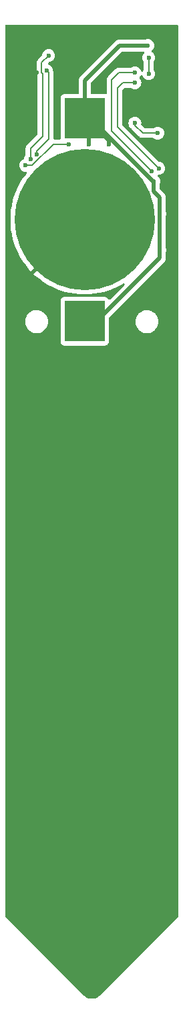
<source format=gbr>
G04 #@! TF.GenerationSoftware,KiCad,Pcbnew,7.0.1-0*
G04 #@! TF.CreationDate,2023-03-19T14:40:06+01:00*
G04 #@! TF.ProjectId,parasite,70617261-7369-4746-952e-6b696361645f,2.0.0*
G04 #@! TF.SameCoordinates,Original*
G04 #@! TF.FileFunction,Copper,L2,Bot*
G04 #@! TF.FilePolarity,Positive*
%FSLAX46Y46*%
G04 Gerber Fmt 4.6, Leading zero omitted, Abs format (unit mm)*
G04 Created by KiCad (PCBNEW 7.0.1-0) date 2023-03-19 14:40:06*
%MOMM*%
%LPD*%
G01*
G04 APERTURE LIST*
G04 #@! TA.AperFunction,SMDPad,CuDef*
%ADD10R,5.100000X5.100000*%
G04 #@! TD*
G04 #@! TA.AperFunction,SMDPad,CuDef*
%ADD11C,17.800000*%
G04 #@! TD*
G04 #@! TA.AperFunction,ViaPad*
%ADD12C,0.600000*%
G04 #@! TD*
G04 #@! TA.AperFunction,Conductor*
%ADD13C,0.200000*%
G04 #@! TD*
G04 #@! TA.AperFunction,Conductor*
%ADD14C,0.500000*%
G04 #@! TD*
G04 APERTURE END LIST*
D10*
X67100000Y-42355000D03*
X67100000Y-67955000D03*
D11*
X67100000Y-55155000D03*
D12*
X60999000Y-36613000D03*
X74969000Y-63918000D03*
X75731000Y-63918000D03*
X60618000Y-64172000D03*
X58078000Y-42201000D03*
X77255000Y-63918000D03*
X64682000Y-32168000D03*
X62269000Y-51472000D03*
X58078000Y-43979000D03*
X70397000Y-51726000D03*
X59983000Y-36613000D03*
X69254000Y-38899000D03*
X76493000Y-63918000D03*
X58078000Y-41312000D03*
X59856000Y-64172000D03*
X70397000Y-48678000D03*
X61380000Y-64172000D03*
X67857000Y-32168000D03*
X68873000Y-32168000D03*
X66714000Y-32168000D03*
X70397000Y-50202000D03*
X65698000Y-32168000D03*
X69254000Y-37375000D03*
X62142000Y-64172000D03*
X70397000Y-49440000D03*
X69762000Y-32168000D03*
X70397000Y-50964000D03*
X58078000Y-43090000D03*
X69254000Y-38137000D03*
X60237000Y-47535000D03*
X62523000Y-34454000D03*
X67603000Y-45630000D03*
X75096000Y-33184000D03*
X67603000Y-44995000D03*
X75858000Y-50329000D03*
X76620000Y-58965000D03*
X70148000Y-44995000D03*
X70143000Y-45630000D03*
X76620000Y-54393000D03*
X65063000Y-45630000D03*
X59602000Y-48297000D03*
X60999000Y-46900000D03*
X62269000Y-36359000D03*
X75604000Y-49059000D03*
X73468000Y-36622550D03*
X73468000Y-37892550D03*
X76493000Y-48678000D03*
X73468000Y-42972550D03*
X76366000Y-44233000D03*
X75223000Y-36740000D03*
X75223000Y-34708000D03*
D13*
X61634000Y-36613000D02*
X61634000Y-35343000D01*
X61761000Y-44614000D02*
X61761000Y-36740000D01*
X60237000Y-46138000D02*
X61761000Y-44614000D01*
X61634000Y-35343000D02*
X62523000Y-34454000D01*
X61761000Y-36740000D02*
X61634000Y-36613000D01*
X60237000Y-47535000D02*
X60237000Y-46138000D01*
D14*
X76620000Y-52361000D02*
X76620000Y-53631000D01*
X67522206Y-42100000D02*
X70216603Y-44794397D01*
X70143000Y-45577550D02*
X70148000Y-45572550D01*
X76620000Y-59981000D02*
X76620000Y-58965000D01*
X70216603Y-44794397D02*
X75751206Y-50329000D01*
X70148000Y-45148000D02*
X67100000Y-42100000D01*
X72048000Y-64553000D02*
X76620000Y-59981000D01*
X67100000Y-42100000D02*
X67522206Y-42100000D01*
X71540000Y-33184000D02*
X75096000Y-33184000D01*
X67100000Y-42100000D02*
X67100000Y-37624000D01*
X67603000Y-44995000D02*
X67603000Y-42603000D01*
X76620000Y-53631000D02*
X76620000Y-58965000D01*
X68901000Y-67700000D02*
X72048000Y-64553000D01*
X75751206Y-50329000D02*
X75858000Y-50329000D01*
X67603000Y-45630000D02*
X67603000Y-44995000D01*
X70148000Y-45572550D02*
X70148000Y-45148000D01*
X67603000Y-42603000D02*
X67100000Y-42100000D01*
X75858000Y-50329000D02*
X75858000Y-51599000D01*
X75858000Y-51599000D02*
X76620000Y-52361000D01*
X67100000Y-37624000D02*
X71540000Y-33184000D01*
D13*
X63116838Y-45630000D02*
X65063000Y-45630000D01*
X60449838Y-48297000D02*
X63116838Y-45630000D01*
X59602000Y-48297000D02*
X60449838Y-48297000D01*
X60999000Y-46519000D02*
X62523000Y-44995000D01*
X60999000Y-46900000D02*
X60999000Y-46519000D01*
X62523000Y-36613000D02*
X62269000Y-36359000D01*
X62523000Y-44995000D02*
X62523000Y-36613000D01*
X70524000Y-37502000D02*
X71403450Y-36622550D01*
X71403450Y-36622550D02*
X73468000Y-36622550D01*
X75604000Y-49059000D02*
X70524000Y-43979000D01*
X70524000Y-43979000D02*
X70524000Y-37502000D01*
X71286000Y-43471000D02*
X71286000Y-38518000D01*
X71286000Y-38518000D02*
X71911450Y-37892550D01*
X76493000Y-48678000D02*
X71286000Y-43471000D01*
X71911450Y-37892550D02*
X73468000Y-37892550D01*
X74461000Y-44233000D02*
X76366000Y-44233000D01*
X73468000Y-43240000D02*
X74461000Y-44233000D01*
X73468000Y-42972550D02*
X73468000Y-43240000D01*
X75223000Y-36740000D02*
X75223000Y-34708000D01*
G04 #@! TA.AperFunction,Conductor*
G36*
X74598120Y-33956233D02*
G01*
X74642853Y-33994439D01*
X74665366Y-34048789D01*
X74660750Y-34107436D01*
X74630012Y-34157595D01*
X74586889Y-34200717D01*
X74489956Y-34354985D01*
X74429783Y-34526950D01*
X74409384Y-34707999D01*
X74429783Y-34889049D01*
X74489956Y-35061014D01*
X74594442Y-35227302D01*
X74592607Y-35228454D01*
X74604909Y-35246865D01*
X74614500Y-35295083D01*
X74614500Y-36152917D01*
X74604909Y-36201135D01*
X74592607Y-36219545D01*
X74594442Y-36220698D01*
X74489956Y-36386986D01*
X74484976Y-36401218D01*
X74451054Y-36452605D01*
X74396833Y-36481781D01*
X74335259Y-36481780D01*
X74281039Y-36452602D01*
X74247120Y-36401217D01*
X74201043Y-36269535D01*
X74104111Y-36115269D01*
X74104110Y-36115267D01*
X73975282Y-35986439D01*
X73821014Y-35889506D01*
X73649049Y-35829333D01*
X73468000Y-35808934D01*
X73286950Y-35829333D01*
X73114985Y-35889506D01*
X72948698Y-35993992D01*
X72947545Y-35992157D01*
X72929135Y-36004459D01*
X72880917Y-36014050D01*
X71451586Y-36014050D01*
X71435142Y-36012972D01*
X71403450Y-36008800D01*
X71371757Y-36012972D01*
X71371744Y-36012973D01*
X71264033Y-36027152D01*
X71264012Y-36027155D01*
X71263993Y-36027158D01*
X71249705Y-36029039D01*
X71244597Y-36029712D01*
X71096572Y-36091026D01*
X71004729Y-36161500D01*
X71004701Y-36161523D01*
X70969460Y-36188564D01*
X70949995Y-36213931D01*
X70939131Y-36226318D01*
X70127767Y-37037682D01*
X70115380Y-37048547D01*
X70090012Y-37068013D01*
X70062973Y-37103251D01*
X70062950Y-37103279D01*
X69992476Y-37195122D01*
X69949154Y-37299712D01*
X69931161Y-37343149D01*
X69914422Y-37470303D01*
X69914422Y-37470309D01*
X69910250Y-37502000D01*
X69914359Y-37533216D01*
X69914422Y-37533690D01*
X69915500Y-37550136D01*
X69915500Y-39179833D01*
X69901153Y-39238226D01*
X69861378Y-39283320D01*
X69805234Y-39304847D01*
X69775294Y-39301366D01*
X69774936Y-39304703D01*
X69759202Y-39303011D01*
X69759201Y-39303011D01*
X69698638Y-39296500D01*
X67984500Y-39296500D01*
X67921500Y-39279619D01*
X67875381Y-39233500D01*
X67858500Y-39170500D01*
X67858500Y-37990371D01*
X67868091Y-37942153D01*
X67895405Y-37901276D01*
X71817276Y-33979405D01*
X71858153Y-33952091D01*
X71906371Y-33942500D01*
X74540917Y-33942500D01*
X74598120Y-33956233D01*
G37*
G04 #@! TD.AperFunction*
G04 #@! TA.AperFunction,Conductor*
G36*
X78911500Y-30616881D02*
G01*
X78957619Y-30663000D01*
X78974500Y-30726000D01*
X78974500Y-142937247D01*
X78964909Y-142985465D01*
X78937595Y-143026342D01*
X68985475Y-152978458D01*
X68978210Y-152985174D01*
X68823804Y-153117049D01*
X68807809Y-153128670D01*
X68638915Y-153232169D01*
X68621298Y-153241146D01*
X68438297Y-153316947D01*
X68419493Y-153323057D01*
X68226884Y-153369298D01*
X68207356Y-153372391D01*
X68009886Y-153387932D01*
X67990114Y-153387932D01*
X67792643Y-153372391D01*
X67773115Y-153369298D01*
X67580506Y-153323057D01*
X67561702Y-153316947D01*
X67378701Y-153241146D01*
X67361084Y-153232170D01*
X67192186Y-153128669D01*
X67176191Y-153117047D01*
X67021794Y-152985180D01*
X67014529Y-152978464D01*
X57062405Y-143026342D01*
X57035091Y-142985465D01*
X57025500Y-142937247D01*
X57025500Y-68000000D01*
X59555352Y-68000000D01*
X59575055Y-68237781D01*
X59575055Y-68237784D01*
X59575056Y-68237785D01*
X59633626Y-68469074D01*
X59729468Y-68687573D01*
X59729470Y-68687576D01*
X59859970Y-68887321D01*
X59859973Y-68887324D01*
X60021566Y-69062862D01*
X60209848Y-69209409D01*
X60419691Y-69322969D01*
X60419692Y-69322970D01*
X60645360Y-69400442D01*
X60763030Y-69420077D01*
X60880699Y-69439714D01*
X60880702Y-69439714D01*
X61119298Y-69439714D01*
X61119301Y-69439714D01*
X61220158Y-69422883D01*
X61354640Y-69400442D01*
X61580308Y-69322970D01*
X61790148Y-69209411D01*
X61978433Y-69062862D01*
X62140030Y-68887321D01*
X62270530Y-68687576D01*
X62366373Y-68469076D01*
X62424945Y-68237781D01*
X62444648Y-68000000D01*
X62424945Y-67762219D01*
X62366373Y-67530924D01*
X62270530Y-67312424D01*
X62140030Y-67112679D01*
X62098562Y-67067633D01*
X61978433Y-66937137D01*
X61790151Y-66790590D01*
X61580307Y-66677029D01*
X61402618Y-66616029D01*
X61354640Y-66599558D01*
X61354637Y-66599557D01*
X61354636Y-66599557D01*
X61119301Y-66560286D01*
X61119298Y-66560286D01*
X60880702Y-66560286D01*
X60880699Y-66560286D01*
X60645363Y-66599557D01*
X60419692Y-66677029D01*
X60209848Y-66790590D01*
X60021566Y-66937137D01*
X59859973Y-67112675D01*
X59729468Y-67312426D01*
X59633626Y-67530925D01*
X59624397Y-67567371D01*
X59575055Y-67762219D01*
X59555352Y-68000000D01*
X57025500Y-68000000D01*
X57025500Y-55154999D01*
X57686960Y-55154999D01*
X57707114Y-55770652D01*
X57767489Y-56383643D01*
X57867830Y-56991398D01*
X58007701Y-57591274D01*
X58186506Y-58180716D01*
X58403484Y-58757213D01*
X58657701Y-59318283D01*
X58948068Y-59861521D01*
X59273340Y-60384600D01*
X59632134Y-60885297D01*
X60022899Y-61361445D01*
X60270250Y-61625539D01*
X67010905Y-54884885D01*
X67067389Y-54852273D01*
X67132611Y-54852273D01*
X67189095Y-54884885D01*
X67370114Y-55065904D01*
X67402726Y-55122388D01*
X67402726Y-55187610D01*
X67370114Y-55244094D01*
X60629459Y-61984748D01*
X60893554Y-62232100D01*
X61369702Y-62622865D01*
X61870399Y-62981659D01*
X62393478Y-63306931D01*
X62936716Y-63597298D01*
X63497786Y-63851515D01*
X64074283Y-64068493D01*
X64663725Y-64247298D01*
X65263601Y-64387169D01*
X65871356Y-64487510D01*
X66484347Y-64547885D01*
X67100000Y-64568039D01*
X67715652Y-64547885D01*
X68328643Y-64487510D01*
X68936398Y-64387169D01*
X69536274Y-64247298D01*
X70125716Y-64068493D01*
X70702213Y-63851515D01*
X71263283Y-63597298D01*
X71806521Y-63306931D01*
X71973487Y-63203105D01*
X72031097Y-63184421D01*
X72090770Y-63194775D01*
X72138718Y-63231775D01*
X72163864Y-63286872D01*
X72160397Y-63347337D01*
X72129119Y-63399199D01*
X71574349Y-63953970D01*
X70312500Y-65215818D01*
X70258903Y-65247619D01*
X70196620Y-65249843D01*
X70140891Y-65221946D01*
X70105349Y-65170755D01*
X70100889Y-65158796D01*
X70100887Y-65158794D01*
X70100887Y-65158792D01*
X70013261Y-65041738D01*
X69896205Y-64954111D01*
X69827702Y-64928560D01*
X69759201Y-64903011D01*
X69698638Y-64896500D01*
X64501362Y-64896500D01*
X64440799Y-64903011D01*
X64303794Y-64954111D01*
X64186738Y-65041738D01*
X64099111Y-65158794D01*
X64048011Y-65295799D01*
X64041500Y-65356362D01*
X64041500Y-70553638D01*
X64048011Y-70614200D01*
X64099111Y-70751205D01*
X64186738Y-70868261D01*
X64303794Y-70955888D01*
X64303795Y-70955888D01*
X64303796Y-70955889D01*
X64440799Y-71006989D01*
X64501362Y-71013500D01*
X69698638Y-71013500D01*
X69759201Y-71006989D01*
X69896204Y-70955889D01*
X70013261Y-70868261D01*
X70100889Y-70751204D01*
X70151989Y-70614201D01*
X70158500Y-70553638D01*
X70158500Y-68000000D01*
X73555352Y-68000000D01*
X73575055Y-68237781D01*
X73575055Y-68237784D01*
X73575056Y-68237785D01*
X73633626Y-68469074D01*
X73729468Y-68687573D01*
X73729470Y-68687576D01*
X73859970Y-68887321D01*
X73859973Y-68887324D01*
X74021566Y-69062862D01*
X74209848Y-69209409D01*
X74419691Y-69322969D01*
X74419692Y-69322970D01*
X74645360Y-69400442D01*
X74763030Y-69420077D01*
X74880699Y-69439714D01*
X74880702Y-69439714D01*
X75119298Y-69439714D01*
X75119301Y-69439714D01*
X75220158Y-69422883D01*
X75354640Y-69400442D01*
X75580308Y-69322970D01*
X75790148Y-69209411D01*
X75978433Y-69062862D01*
X76140030Y-68887321D01*
X76270530Y-68687576D01*
X76366373Y-68469076D01*
X76424945Y-68237781D01*
X76444648Y-68000000D01*
X76424945Y-67762219D01*
X76366373Y-67530924D01*
X76270530Y-67312424D01*
X76140030Y-67112679D01*
X76098562Y-67067633D01*
X75978433Y-66937137D01*
X75790151Y-66790590D01*
X75580307Y-66677029D01*
X75402618Y-66616029D01*
X75354640Y-66599558D01*
X75354637Y-66599557D01*
X75354636Y-66599557D01*
X75119301Y-66560286D01*
X75119298Y-66560286D01*
X74880702Y-66560286D01*
X74880699Y-66560286D01*
X74645363Y-66599557D01*
X74419692Y-66677029D01*
X74209848Y-66790590D01*
X74021566Y-66937137D01*
X73859973Y-67112675D01*
X73729468Y-67312426D01*
X73633626Y-67530925D01*
X73624397Y-67567371D01*
X73575055Y-67762219D01*
X73555352Y-68000000D01*
X70158500Y-68000000D01*
X70158500Y-67567371D01*
X70168091Y-67519153D01*
X70195405Y-67478276D01*
X72675105Y-64998576D01*
X72675108Y-64998572D01*
X77110777Y-60562902D01*
X77124624Y-60550936D01*
X77144058Y-60536469D01*
X77176228Y-60498128D01*
X77183645Y-60490034D01*
X77187580Y-60486101D01*
X77207043Y-60461484D01*
X77209268Y-60458753D01*
X77258032Y-60400640D01*
X77258034Y-60400634D01*
X77258892Y-60399613D01*
X77269403Y-60383114D01*
X77269965Y-60381908D01*
X77269967Y-60381906D01*
X77302022Y-60313159D01*
X77303572Y-60309958D01*
X77337609Y-60242188D01*
X77337610Y-60242183D01*
X77338207Y-60240995D01*
X77344631Y-60222517D01*
X77344901Y-60221209D01*
X77344902Y-60221207D01*
X77360251Y-60146866D01*
X77361001Y-60143484D01*
X77378500Y-60069656D01*
X77378500Y-60069651D01*
X77378807Y-60068356D01*
X77380796Y-60048888D01*
X77380757Y-60047560D01*
X77380758Y-60047558D01*
X77378553Y-59971776D01*
X77378500Y-59968112D01*
X77378500Y-59266670D01*
X77385571Y-59225055D01*
X77413216Y-59146049D01*
X77413217Y-59146047D01*
X77433616Y-58965000D01*
X77413217Y-58783953D01*
X77385570Y-58704944D01*
X77378500Y-58663330D01*
X77378500Y-54694670D01*
X77385571Y-54653055D01*
X77413216Y-54574049D01*
X77413217Y-54574047D01*
X77433616Y-54393000D01*
X77413217Y-54211953D01*
X77385570Y-54132944D01*
X77378500Y-54091330D01*
X77378500Y-52425442D01*
X77379830Y-52407182D01*
X77380648Y-52401595D01*
X77383341Y-52383211D01*
X77378979Y-52333353D01*
X77378500Y-52322372D01*
X77378500Y-52316824D01*
X77378500Y-52316820D01*
X77374860Y-52285684D01*
X77374496Y-52282123D01*
X77367887Y-52206574D01*
X77367885Y-52206569D01*
X77367770Y-52205250D01*
X77363534Y-52186138D01*
X77363079Y-52184887D01*
X77337147Y-52113641D01*
X77335952Y-52110203D01*
X77329216Y-52089874D01*
X77312114Y-52038262D01*
X77312112Y-52038260D01*
X77311692Y-52036990D01*
X77303170Y-52019386D01*
X77294764Y-52006605D01*
X77260756Y-51954900D01*
X77258812Y-51951846D01*
X77218330Y-51886213D01*
X77205964Y-51871034D01*
X77149825Y-51818069D01*
X77147197Y-51815516D01*
X76653405Y-51321724D01*
X76626091Y-51280847D01*
X76616500Y-51232629D01*
X76616500Y-50630670D01*
X76623571Y-50589055D01*
X76651216Y-50510049D01*
X76651217Y-50510047D01*
X76671616Y-50329000D01*
X76651217Y-50147953D01*
X76591043Y-49975985D01*
X76494111Y-49821719D01*
X76494110Y-49821717D01*
X76376853Y-49704460D01*
X76345271Y-49651603D01*
X76342509Y-49590091D01*
X76369225Y-49534615D01*
X76419039Y-49498423D01*
X76480053Y-49490157D01*
X76493000Y-49491616D01*
X76674047Y-49471217D01*
X76846015Y-49411043D01*
X77000281Y-49314111D01*
X77129111Y-49185281D01*
X77226043Y-49031015D01*
X77286217Y-48859047D01*
X77306616Y-48678000D01*
X77286217Y-48496953D01*
X77226043Y-48324985D01*
X77129111Y-48170719D01*
X77129110Y-48170717D01*
X77000282Y-48041889D01*
X76846014Y-47944956D01*
X76674049Y-47884783D01*
X76589701Y-47875279D01*
X76549140Y-47863593D01*
X76514715Y-47839166D01*
X71931405Y-43255856D01*
X71904091Y-43214979D01*
X71894500Y-43166761D01*
X71894500Y-42972549D01*
X72654384Y-42972549D01*
X72674783Y-43153599D01*
X72734956Y-43325564D01*
X72793907Y-43419384D01*
X72831889Y-43479831D01*
X72960719Y-43608661D01*
X72986301Y-43624735D01*
X73019224Y-43654714D01*
X73034013Y-43673987D01*
X73059379Y-43693451D01*
X73071769Y-43704318D01*
X73996681Y-44629230D01*
X74007547Y-44641619D01*
X74027013Y-44666987D01*
X74052378Y-44686450D01*
X74052391Y-44686462D01*
X74154122Y-44764523D01*
X74154123Y-44764523D01*
X74154124Y-44764524D01*
X74302149Y-44825838D01*
X74311846Y-44827114D01*
X74321542Y-44828391D01*
X74321543Y-44828391D01*
X74429296Y-44842577D01*
X74429307Y-44842577D01*
X74461000Y-44846750D01*
X74492692Y-44842577D01*
X74509136Y-44841500D01*
X75778917Y-44841500D01*
X75827135Y-44851091D01*
X75845545Y-44863392D01*
X75846698Y-44861558D01*
X76012985Y-44966043D01*
X76171472Y-45021500D01*
X76184953Y-45026217D01*
X76366000Y-45046616D01*
X76547047Y-45026217D01*
X76719015Y-44966043D01*
X76873281Y-44869111D01*
X77002111Y-44740281D01*
X77099043Y-44586015D01*
X77159217Y-44414047D01*
X77179616Y-44233000D01*
X77159217Y-44051953D01*
X77099043Y-43879985D01*
X77002111Y-43725719D01*
X77002110Y-43725717D01*
X76873282Y-43596889D01*
X76719014Y-43499956D01*
X76547049Y-43439783D01*
X76426348Y-43426183D01*
X76366000Y-43419384D01*
X76365999Y-43419384D01*
X76184950Y-43439783D01*
X76012985Y-43499956D01*
X75846698Y-43604442D01*
X75845545Y-43602607D01*
X75827135Y-43614909D01*
X75778917Y-43624500D01*
X74765239Y-43624500D01*
X74717021Y-43614909D01*
X74676144Y-43587595D01*
X74302192Y-43213643D01*
X74272358Y-43166163D01*
X74266079Y-43110441D01*
X74281616Y-42972550D01*
X74261217Y-42791503D01*
X74201043Y-42619535D01*
X74104111Y-42465269D01*
X74104110Y-42465267D01*
X73975282Y-42336439D01*
X73821014Y-42239506D01*
X73649049Y-42179333D01*
X73468000Y-42158934D01*
X73286950Y-42179333D01*
X73114985Y-42239506D01*
X72960717Y-42336439D01*
X72831889Y-42465267D01*
X72734956Y-42619535D01*
X72674783Y-42791500D01*
X72654384Y-42972549D01*
X71894500Y-42972549D01*
X71894500Y-38822239D01*
X71904091Y-38774021D01*
X71931405Y-38733144D01*
X72126594Y-38537955D01*
X72167471Y-38510641D01*
X72215689Y-38501050D01*
X72880917Y-38501050D01*
X72929135Y-38510641D01*
X72947545Y-38522942D01*
X72948698Y-38521108D01*
X72960719Y-38528661D01*
X73114985Y-38625593D01*
X73286953Y-38685767D01*
X73468000Y-38706166D01*
X73649047Y-38685767D01*
X73821015Y-38625593D01*
X73975281Y-38528661D01*
X74104111Y-38399831D01*
X74201043Y-38245565D01*
X74261217Y-38073597D01*
X74281616Y-37892550D01*
X74261217Y-37711503D01*
X74201043Y-37539535D01*
X74197073Y-37533217D01*
X74104112Y-37385270D01*
X74092513Y-37373671D01*
X74065485Y-37346643D01*
X74032875Y-37290162D01*
X74032875Y-37224938D01*
X74065485Y-37168456D01*
X74104111Y-37129831D01*
X74201043Y-36975565D01*
X74206022Y-36961333D01*
X74239941Y-36909947D01*
X74294163Y-36880768D01*
X74355737Y-36880768D01*
X74409959Y-36909946D01*
X74443880Y-36961334D01*
X74489956Y-37093014D01*
X74586889Y-37247282D01*
X74715717Y-37376110D01*
X74852593Y-37462115D01*
X74869985Y-37473043D01*
X75041953Y-37533217D01*
X75223000Y-37553616D01*
X75404047Y-37533217D01*
X75576015Y-37473043D01*
X75730281Y-37376111D01*
X75859111Y-37247281D01*
X75956043Y-37093015D01*
X76016217Y-36921047D01*
X76036616Y-36740000D01*
X76016217Y-36558953D01*
X75956043Y-36386985D01*
X75859111Y-36232719D01*
X75851558Y-36220698D01*
X75853392Y-36219545D01*
X75841091Y-36201135D01*
X75831500Y-36152917D01*
X75831500Y-35295083D01*
X75841091Y-35246865D01*
X75853392Y-35228454D01*
X75851558Y-35227302D01*
X75886390Y-35171866D01*
X75956043Y-35061015D01*
X76016217Y-34889047D01*
X76036616Y-34708000D01*
X76016217Y-34526953D01*
X75956043Y-34354985D01*
X75859111Y-34200719D01*
X75859110Y-34200717D01*
X75730283Y-34071890D01*
X75631446Y-34009787D01*
X75591795Y-33970136D01*
X75573274Y-33917207D01*
X75579553Y-33861485D01*
X75609385Y-33814006D01*
X75732111Y-33691281D01*
X75829043Y-33537015D01*
X75889217Y-33365047D01*
X75909616Y-33184000D01*
X75889217Y-33002953D01*
X75829043Y-32830985D01*
X75732111Y-32676719D01*
X75732110Y-32676717D01*
X75603282Y-32547889D01*
X75449014Y-32450956D01*
X75277049Y-32390783D01*
X75096000Y-32370384D01*
X74914950Y-32390783D01*
X74835945Y-32418429D01*
X74794330Y-32425500D01*
X71604441Y-32425500D01*
X71586180Y-32424170D01*
X71562211Y-32420659D01*
X71512353Y-32425021D01*
X71501372Y-32425500D01*
X71495815Y-32425500D01*
X71464708Y-32429135D01*
X71461067Y-32429507D01*
X71384251Y-32436228D01*
X71365139Y-32440465D01*
X71292653Y-32466846D01*
X71289198Y-32468047D01*
X71215995Y-32492305D01*
X71198372Y-32500837D01*
X71133932Y-32543220D01*
X71130843Y-32545188D01*
X71065221Y-32585665D01*
X71050036Y-32598034D01*
X70997087Y-32654156D01*
X70994534Y-32656783D01*
X66609225Y-37042092D01*
X66595377Y-37054061D01*
X66575941Y-37068531D01*
X66543771Y-37106869D01*
X66536357Y-37114961D01*
X66532422Y-37118895D01*
X66512997Y-37143461D01*
X66510688Y-37146294D01*
X66461119Y-37205369D01*
X66450589Y-37221899D01*
X66417995Y-37291794D01*
X66416401Y-37295087D01*
X66381795Y-37363997D01*
X66375363Y-37382500D01*
X66359759Y-37458064D01*
X66358967Y-37461637D01*
X66341192Y-37536640D01*
X66339202Y-37556114D01*
X66341447Y-37633259D01*
X66341500Y-37636923D01*
X66341500Y-39170500D01*
X66324619Y-39233500D01*
X66278500Y-39279619D01*
X66215500Y-39296500D01*
X64501362Y-39296500D01*
X64440799Y-39303011D01*
X64303794Y-39354111D01*
X64186738Y-39441738D01*
X64099111Y-39558794D01*
X64048011Y-39695799D01*
X64041500Y-39756362D01*
X64041500Y-44895500D01*
X64024619Y-44958500D01*
X63978500Y-45004619D01*
X63915500Y-45021500D01*
X63257500Y-45021500D01*
X63194500Y-45004619D01*
X63148381Y-44958500D01*
X63131500Y-44895500D01*
X63131500Y-36661136D01*
X63132578Y-36644690D01*
X63132727Y-36643553D01*
X63136750Y-36613000D01*
X63132578Y-36581310D01*
X63132578Y-36581303D01*
X63129635Y-36558950D01*
X63115838Y-36454150D01*
X63091733Y-36395958D01*
X63082936Y-36361850D01*
X63082615Y-36359004D01*
X63082616Y-36359000D01*
X63062217Y-36177953D01*
X63002043Y-36005985D01*
X62905111Y-35851719D01*
X62905110Y-35851717D01*
X62776282Y-35722889D01*
X62622015Y-35625957D01*
X62507251Y-35585799D01*
X62454916Y-35550829D01*
X62426026Y-35494907D01*
X62427791Y-35431989D01*
X62459770Y-35377777D01*
X62544718Y-35292829D01*
X62579141Y-35268405D01*
X62619699Y-35256720D01*
X62704047Y-35247217D01*
X62876015Y-35187043D01*
X63030281Y-35090111D01*
X63159111Y-34961281D01*
X63256043Y-34807015D01*
X63316217Y-34635047D01*
X63336616Y-34454000D01*
X63316217Y-34272953D01*
X63256043Y-34100985D01*
X63223246Y-34048789D01*
X63159110Y-33946717D01*
X63030282Y-33817889D01*
X62876014Y-33720956D01*
X62704049Y-33660783D01*
X62523000Y-33640384D01*
X62341950Y-33660783D01*
X62169985Y-33720956D01*
X62015717Y-33817889D01*
X61886889Y-33946717D01*
X61789956Y-34100985D01*
X61729783Y-34272950D01*
X61720279Y-34357297D01*
X61708593Y-34397858D01*
X61684166Y-34432283D01*
X61237767Y-34878682D01*
X61225380Y-34889547D01*
X61200012Y-34909013D01*
X61172973Y-34944251D01*
X61172969Y-34944254D01*
X61172970Y-34944255D01*
X61102191Y-35036496D01*
X61100897Y-35039935D01*
X61041161Y-35184150D01*
X61024422Y-35311303D01*
X61024422Y-35311310D01*
X61020250Y-35343000D01*
X61024422Y-35374690D01*
X61025500Y-35391136D01*
X61025500Y-36564864D01*
X61024422Y-36581310D01*
X61020250Y-36613000D01*
X61024422Y-36644690D01*
X61024423Y-36644705D01*
X61027393Y-36667266D01*
X61027394Y-36667268D01*
X61041161Y-36771850D01*
X61102475Y-36919875D01*
X61126461Y-36951133D01*
X61145813Y-36987337D01*
X61152500Y-37027839D01*
X61152500Y-44309761D01*
X61142909Y-44357979D01*
X61115597Y-44398853D01*
X60100950Y-45413500D01*
X59840767Y-45673683D01*
X59828380Y-45684547D01*
X59803012Y-45704013D01*
X59775973Y-45739251D01*
X59775950Y-45739279D01*
X59705476Y-45831122D01*
X59646520Y-45973456D01*
X59646503Y-45973494D01*
X59644161Y-45979149D01*
X59627422Y-46106303D01*
X59627422Y-46106310D01*
X59623250Y-46138000D01*
X59627422Y-46169690D01*
X59628500Y-46186136D01*
X59628500Y-46947917D01*
X59618909Y-46996135D01*
X59606607Y-47014545D01*
X59608442Y-47015698D01*
X59503956Y-47181985D01*
X59443783Y-47353950D01*
X59436009Y-47422944D01*
X59409312Y-47487395D01*
X59352417Y-47527764D01*
X59248984Y-47563957D01*
X59094717Y-47660889D01*
X58965889Y-47789717D01*
X58868956Y-47943985D01*
X58808783Y-48115950D01*
X58788384Y-48297000D01*
X58808783Y-48478049D01*
X58868956Y-48650014D01*
X58965889Y-48804282D01*
X59094717Y-48933110D01*
X59094719Y-48933111D01*
X59248985Y-49030043D01*
X59420953Y-49090217D01*
X59602000Y-49110616D01*
X59610853Y-49109618D01*
X59669562Y-49116983D01*
X59718438Y-49150337D01*
X59746698Y-49202325D01*
X59748110Y-49261481D01*
X59722362Y-49314758D01*
X59632133Y-49424703D01*
X59273340Y-49925399D01*
X58948068Y-50448478D01*
X58657701Y-50991716D01*
X58403484Y-51552786D01*
X58186506Y-52129283D01*
X58007701Y-52718725D01*
X57867830Y-53318601D01*
X57767489Y-53926356D01*
X57707114Y-54539347D01*
X57686960Y-55154999D01*
X57025500Y-55154999D01*
X57025500Y-30726000D01*
X57042381Y-30663000D01*
X57088500Y-30616881D01*
X57151500Y-30600000D01*
X78848500Y-30600000D01*
X78911500Y-30616881D01*
G37*
G04 #@! TD.AperFunction*
M02*

</source>
